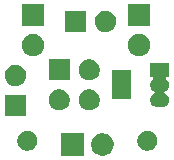
<source format=gts>
G04 #@! TF.GenerationSoftware,KiCad,Pcbnew,5.1.5+dfsg1-2build2*
G04 #@! TF.CreationDate,2022-04-03T20:03:19+02:00*
G04 #@! TF.ProjectId,rincePile,72696e63-6550-4696-9c65-2e6b69636164,rev?*
G04 #@! TF.SameCoordinates,Original*
G04 #@! TF.FileFunction,Soldermask,Top*
G04 #@! TF.FilePolarity,Negative*
%FSLAX46Y46*%
G04 Gerber Fmt 4.6, Leading zero omitted, Abs format (unit mm)*
G04 Created by KiCad (PCBNEW 5.1.5+dfsg1-2build2) date 2022-04-03 20:03:19*
%MOMM*%
%LPD*%
G04 APERTURE LIST*
%ADD10C,0.100000*%
G04 APERTURE END LIST*
D10*
G36*
X105687395Y13106454D02*
G01*
X105860466Y13034766D01*
X105860467Y13034765D01*
X106016227Y12930690D01*
X106148690Y12798227D01*
X106148691Y12798225D01*
X106252766Y12642466D01*
X106324454Y12469395D01*
X106361000Y12285667D01*
X106361000Y12098333D01*
X106324454Y11914605D01*
X106252766Y11741534D01*
X106252765Y11741533D01*
X106148690Y11585773D01*
X106016227Y11453310D01*
X105937818Y11400919D01*
X105860466Y11349234D01*
X105687395Y11277546D01*
X105503667Y11241000D01*
X105316333Y11241000D01*
X105132605Y11277546D01*
X104959534Y11349234D01*
X104882182Y11400919D01*
X104803773Y11453310D01*
X104671310Y11585773D01*
X104567235Y11741533D01*
X104567234Y11741534D01*
X104495546Y11914605D01*
X104459000Y12098333D01*
X104459000Y12285667D01*
X104495546Y12469395D01*
X104567234Y12642466D01*
X104671309Y12798225D01*
X104671310Y12798227D01*
X104803773Y12930690D01*
X104959533Y13034765D01*
X104959534Y13034766D01*
X105132605Y13106454D01*
X105316333Y13143000D01*
X105503667Y13143000D01*
X105687395Y13106454D01*
G37*
G36*
X103821000Y11241000D02*
G01*
X101919000Y11241000D01*
X101919000Y13143000D01*
X103821000Y13143000D01*
X103821000Y11241000D01*
G37*
G36*
X109468228Y13318297D02*
G01*
X109623100Y13254147D01*
X109762481Y13161015D01*
X109881015Y13042481D01*
X109974147Y12903100D01*
X110038297Y12748228D01*
X110071000Y12583816D01*
X110071000Y12416184D01*
X110038297Y12251772D01*
X109974147Y12096900D01*
X109881015Y11957519D01*
X109762481Y11838985D01*
X109623100Y11745853D01*
X109468228Y11681703D01*
X109303816Y11649000D01*
X109136184Y11649000D01*
X108971772Y11681703D01*
X108816900Y11745853D01*
X108677519Y11838985D01*
X108558985Y11957519D01*
X108465853Y12096900D01*
X108401703Y12251772D01*
X108369000Y12416184D01*
X108369000Y12583816D01*
X108401703Y12748228D01*
X108465853Y12903100D01*
X108558985Y13042481D01*
X108677519Y13161015D01*
X108816900Y13254147D01*
X108971772Y13318297D01*
X109136184Y13351000D01*
X109303816Y13351000D01*
X109468228Y13318297D01*
G37*
G36*
X99308228Y13318297D02*
G01*
X99463100Y13254147D01*
X99602481Y13161015D01*
X99721015Y13042481D01*
X99814147Y12903100D01*
X99878297Y12748228D01*
X99911000Y12583816D01*
X99911000Y12416184D01*
X99878297Y12251772D01*
X99814147Y12096900D01*
X99721015Y11957519D01*
X99602481Y11838985D01*
X99463100Y11745853D01*
X99308228Y11681703D01*
X99143816Y11649000D01*
X98976184Y11649000D01*
X98811772Y11681703D01*
X98656900Y11745853D01*
X98517519Y11838985D01*
X98398985Y11957519D01*
X98305853Y12096900D01*
X98241703Y12251772D01*
X98209000Y12416184D01*
X98209000Y12583816D01*
X98241703Y12748228D01*
X98305853Y12903100D01*
X98398985Y13042481D01*
X98517519Y13161015D01*
X98656900Y13254147D01*
X98811772Y13318297D01*
X98976184Y13351000D01*
X99143816Y13351000D01*
X99308228Y13318297D01*
G37*
G36*
X98945000Y14593000D02*
G01*
X97143000Y14593000D01*
X97143000Y16395000D01*
X98945000Y16395000D01*
X98945000Y14593000D01*
G37*
G36*
X101863512Y16856073D02*
G01*
X102012812Y16826376D01*
X102176784Y16758456D01*
X102324354Y16659853D01*
X102449853Y16534354D01*
X102548456Y16386784D01*
X102616376Y16222812D01*
X102646073Y16073512D01*
X102650949Y16049000D01*
X102651000Y16048741D01*
X102651000Y15871259D01*
X102616376Y15697188D01*
X102548456Y15533216D01*
X102449853Y15385646D01*
X102324354Y15260147D01*
X102176784Y15161544D01*
X102012812Y15093624D01*
X101863512Y15063927D01*
X101838742Y15059000D01*
X101661258Y15059000D01*
X101636488Y15063927D01*
X101487188Y15093624D01*
X101323216Y15161544D01*
X101175646Y15260147D01*
X101050147Y15385646D01*
X100951544Y15533216D01*
X100883624Y15697188D01*
X100849000Y15871259D01*
X100849000Y16048741D01*
X100849052Y16049000D01*
X100853927Y16073512D01*
X100883624Y16222812D01*
X100951544Y16386784D01*
X101050147Y16534354D01*
X101175646Y16659853D01*
X101323216Y16758456D01*
X101487188Y16826376D01*
X101636488Y16856073D01*
X101661258Y16861000D01*
X101838742Y16861000D01*
X101863512Y16856073D01*
G37*
G36*
X104403512Y16856073D02*
G01*
X104552812Y16826376D01*
X104716784Y16758456D01*
X104864354Y16659853D01*
X104989853Y16534354D01*
X105088456Y16386784D01*
X105156376Y16222812D01*
X105186073Y16073512D01*
X105190949Y16049000D01*
X105191000Y16048741D01*
X105191000Y15871259D01*
X105156376Y15697188D01*
X105088456Y15533216D01*
X104989853Y15385646D01*
X104864354Y15260147D01*
X104716784Y15161544D01*
X104552812Y15093624D01*
X104403512Y15063927D01*
X104378742Y15059000D01*
X104201258Y15059000D01*
X104176488Y15063927D01*
X104027188Y15093624D01*
X103863216Y15161544D01*
X103715646Y15260147D01*
X103590147Y15385646D01*
X103491544Y15533216D01*
X103423624Y15697188D01*
X103389000Y15871259D01*
X103389000Y16048741D01*
X103389052Y16049000D01*
X103393927Y16073512D01*
X103423624Y16222812D01*
X103491544Y16386784D01*
X103590147Y16534354D01*
X103715646Y16659853D01*
X103863216Y16758456D01*
X104027188Y16826376D01*
X104176488Y16856073D01*
X104201258Y16861000D01*
X104378742Y16861000D01*
X104403512Y16856073D01*
G37*
G36*
X111051000Y17924000D02*
G01*
X110886660Y17924000D01*
X110862274Y17921598D01*
X110838825Y17914485D01*
X110817214Y17902934D01*
X110798272Y17887389D01*
X110782727Y17868447D01*
X110771176Y17846836D01*
X110764063Y17823387D01*
X110761661Y17799001D01*
X110764063Y17774615D01*
X110771176Y17751166D01*
X110782727Y17729555D01*
X110798272Y17710613D01*
X110807345Y17702391D01*
X110884264Y17639264D01*
X110956244Y17551557D01*
X110990429Y17487601D01*
X111009728Y17451495D01*
X111009729Y17451492D01*
X111042666Y17342916D01*
X111053787Y17230000D01*
X111042666Y17117084D01*
X111009729Y17008508D01*
X111009728Y17008505D01*
X110990429Y16972399D01*
X110956244Y16908443D01*
X110884264Y16820736D01*
X110796557Y16748756D01*
X110715141Y16705239D01*
X110694766Y16691625D01*
X110677439Y16674298D01*
X110663826Y16653924D01*
X110654448Y16631285D01*
X110649668Y16607252D01*
X110649668Y16582748D01*
X110654448Y16558715D01*
X110663826Y16536076D01*
X110677440Y16515701D01*
X110694767Y16498374D01*
X110715141Y16484761D01*
X110796557Y16441244D01*
X110884264Y16369264D01*
X110956244Y16281557D01*
X110987643Y16222812D01*
X111009728Y16181495D01*
X111009729Y16181492D01*
X111042666Y16072916D01*
X111053787Y15960000D01*
X111042666Y15847084D01*
X111009729Y15738508D01*
X111009728Y15738505D01*
X110990429Y15702399D01*
X110956244Y15638443D01*
X110884264Y15550736D01*
X110796557Y15478756D01*
X110732601Y15444571D01*
X110696495Y15425272D01*
X110696492Y15425271D01*
X110587916Y15392334D01*
X110503298Y15384000D01*
X109996702Y15384000D01*
X109912084Y15392334D01*
X109803508Y15425271D01*
X109803505Y15425272D01*
X109767399Y15444571D01*
X109703443Y15478756D01*
X109615736Y15550736D01*
X109543756Y15638443D01*
X109509571Y15702399D01*
X109490272Y15738505D01*
X109490271Y15738508D01*
X109457334Y15847084D01*
X109446213Y15960000D01*
X109457334Y16072916D01*
X109490271Y16181492D01*
X109490272Y16181495D01*
X109512357Y16222812D01*
X109543756Y16281557D01*
X109615736Y16369264D01*
X109703443Y16441244D01*
X109784859Y16484761D01*
X109805234Y16498375D01*
X109822561Y16515702D01*
X109836174Y16536076D01*
X109845552Y16558715D01*
X109850332Y16582748D01*
X109850332Y16607252D01*
X109845552Y16631285D01*
X109836174Y16653924D01*
X109822560Y16674299D01*
X109805233Y16691626D01*
X109784859Y16705239D01*
X109703443Y16748756D01*
X109615736Y16820736D01*
X109543756Y16908443D01*
X109509571Y16972399D01*
X109490272Y17008505D01*
X109490271Y17008508D01*
X109457334Y17117084D01*
X109446213Y17230000D01*
X109457334Y17342916D01*
X109490271Y17451492D01*
X109490272Y17451495D01*
X109509571Y17487601D01*
X109543756Y17551557D01*
X109615736Y17639264D01*
X109692646Y17702383D01*
X109709965Y17719702D01*
X109723579Y17740077D01*
X109732957Y17762716D01*
X109737737Y17786749D01*
X109737737Y17811253D01*
X109732957Y17835286D01*
X109723579Y17857925D01*
X109709966Y17878299D01*
X109692639Y17895626D01*
X109672264Y17909240D01*
X109649625Y17918618D01*
X109625592Y17923398D01*
X109613340Y17924000D01*
X109449000Y17924000D01*
X109449000Y19076000D01*
X111051000Y19076000D01*
X111051000Y17924000D01*
G37*
G36*
X107801000Y16049000D02*
G01*
X106199000Y16049000D01*
X106199000Y18451000D01*
X107801000Y18451000D01*
X107801000Y16049000D01*
G37*
G36*
X98157512Y18930073D02*
G01*
X98306812Y18900376D01*
X98470784Y18832456D01*
X98618354Y18733853D01*
X98743853Y18608354D01*
X98842456Y18460784D01*
X98910376Y18296812D01*
X98945000Y18122741D01*
X98945000Y17945259D01*
X98910376Y17771188D01*
X98842456Y17607216D01*
X98743853Y17459646D01*
X98618354Y17334147D01*
X98470784Y17235544D01*
X98306812Y17167624D01*
X98157512Y17137927D01*
X98132742Y17133000D01*
X97955258Y17133000D01*
X97930488Y17137927D01*
X97781188Y17167624D01*
X97617216Y17235544D01*
X97469646Y17334147D01*
X97344147Y17459646D01*
X97245544Y17607216D01*
X97177624Y17771188D01*
X97143000Y17945259D01*
X97143000Y18122741D01*
X97177624Y18296812D01*
X97245544Y18460784D01*
X97344147Y18608354D01*
X97469646Y18733853D01*
X97617216Y18832456D01*
X97781188Y18900376D01*
X97930488Y18930073D01*
X97955258Y18935000D01*
X98132742Y18935000D01*
X98157512Y18930073D01*
G37*
G36*
X102651000Y17599000D02*
G01*
X100849000Y17599000D01*
X100849000Y19401000D01*
X102651000Y19401000D01*
X102651000Y17599000D01*
G37*
G36*
X104403512Y19396073D02*
G01*
X104552812Y19366376D01*
X104716784Y19298456D01*
X104864354Y19199853D01*
X104989853Y19074354D01*
X105088456Y18926784D01*
X105156376Y18762812D01*
X105191000Y18588741D01*
X105191000Y18411259D01*
X105156376Y18237188D01*
X105088456Y18073216D01*
X104989853Y17925646D01*
X104864354Y17800147D01*
X104716784Y17701544D01*
X104552812Y17633624D01*
X104403512Y17603927D01*
X104378742Y17599000D01*
X104201258Y17599000D01*
X104176488Y17603927D01*
X104027188Y17633624D01*
X103863216Y17701544D01*
X103715646Y17800147D01*
X103590147Y17925646D01*
X103491544Y18073216D01*
X103423624Y18237188D01*
X103389000Y18411259D01*
X103389000Y18588741D01*
X103423624Y18762812D01*
X103491544Y18926784D01*
X103590147Y19074354D01*
X103715646Y19199853D01*
X103863216Y19298456D01*
X104027188Y19366376D01*
X104176488Y19396073D01*
X104201258Y19401000D01*
X104378742Y19401000D01*
X104403512Y19396073D01*
G37*
G36*
X108783074Y21506095D02*
G01*
X108956145Y21434407D01*
X108956146Y21434406D01*
X109111906Y21330331D01*
X109244369Y21197868D01*
X109244370Y21197866D01*
X109348445Y21042107D01*
X109420133Y20869036D01*
X109456679Y20685308D01*
X109456679Y20497974D01*
X109420133Y20314246D01*
X109348445Y20141175D01*
X109348444Y20141174D01*
X109244369Y19985414D01*
X109111906Y19852951D01*
X109033497Y19800560D01*
X108956145Y19748875D01*
X108783074Y19677187D01*
X108599346Y19640641D01*
X108412012Y19640641D01*
X108228284Y19677187D01*
X108055213Y19748875D01*
X107977861Y19800560D01*
X107899452Y19852951D01*
X107766989Y19985414D01*
X107662914Y20141174D01*
X107662913Y20141175D01*
X107591225Y20314246D01*
X107554679Y20497974D01*
X107554679Y20685308D01*
X107591225Y20869036D01*
X107662913Y21042107D01*
X107766988Y21197866D01*
X107766989Y21197868D01*
X107899452Y21330331D01*
X108055212Y21434406D01*
X108055213Y21434407D01*
X108228284Y21506095D01*
X108412012Y21542641D01*
X108599346Y21542641D01*
X108783074Y21506095D01*
G37*
G36*
X99812443Y21510147D02*
G01*
X99985514Y21438459D01*
X100062866Y21386774D01*
X100141275Y21334383D01*
X100273738Y21201920D01*
X100326129Y21123511D01*
X100377814Y21046159D01*
X100449502Y20873088D01*
X100486048Y20689360D01*
X100486048Y20502026D01*
X100449502Y20318298D01*
X100377814Y20145227D01*
X100375106Y20141174D01*
X100273738Y19989466D01*
X100141275Y19857003D01*
X100135209Y19852950D01*
X99985514Y19752927D01*
X99812443Y19681239D01*
X99628715Y19644693D01*
X99441381Y19644693D01*
X99257653Y19681239D01*
X99084582Y19752927D01*
X98934887Y19852950D01*
X98928821Y19857003D01*
X98796358Y19989466D01*
X98694990Y20141174D01*
X98692282Y20145227D01*
X98620594Y20318298D01*
X98584048Y20502026D01*
X98584048Y20689360D01*
X98620594Y20873088D01*
X98692282Y21046159D01*
X98743967Y21123511D01*
X98796358Y21201920D01*
X98928821Y21334383D01*
X99007230Y21386774D01*
X99084582Y21438459D01*
X99257653Y21510147D01*
X99441381Y21546693D01*
X99628715Y21546693D01*
X99812443Y21510147D01*
G37*
G36*
X104025000Y21705000D02*
G01*
X102223000Y21705000D01*
X102223000Y23507000D01*
X104025000Y23507000D01*
X104025000Y21705000D01*
G37*
G36*
X105777512Y23502073D02*
G01*
X105926812Y23472376D01*
X106090784Y23404456D01*
X106238354Y23305853D01*
X106363853Y23180354D01*
X106462456Y23032784D01*
X106530376Y22868812D01*
X106565000Y22694741D01*
X106565000Y22517259D01*
X106530376Y22343188D01*
X106462456Y22179216D01*
X106363853Y22031646D01*
X106238354Y21906147D01*
X106090784Y21807544D01*
X105926812Y21739624D01*
X105777512Y21709927D01*
X105752742Y21705000D01*
X105575258Y21705000D01*
X105550488Y21709927D01*
X105401188Y21739624D01*
X105237216Y21807544D01*
X105089646Y21906147D01*
X104964147Y22031646D01*
X104865544Y22179216D01*
X104797624Y22343188D01*
X104763000Y22517259D01*
X104763000Y22694741D01*
X104797624Y22868812D01*
X104865544Y23032784D01*
X104964147Y23180354D01*
X105089646Y23305853D01*
X105237216Y23404456D01*
X105401188Y23472376D01*
X105550488Y23502073D01*
X105575258Y23507000D01*
X105752742Y23507000D01*
X105777512Y23502073D01*
G37*
G36*
X109456679Y22180641D02*
G01*
X107554679Y22180641D01*
X107554679Y24082641D01*
X109456679Y24082641D01*
X109456679Y22180641D01*
G37*
G36*
X100486048Y22184693D02*
G01*
X98584048Y22184693D01*
X98584048Y24086693D01*
X100486048Y24086693D01*
X100486048Y22184693D01*
G37*
M02*

</source>
